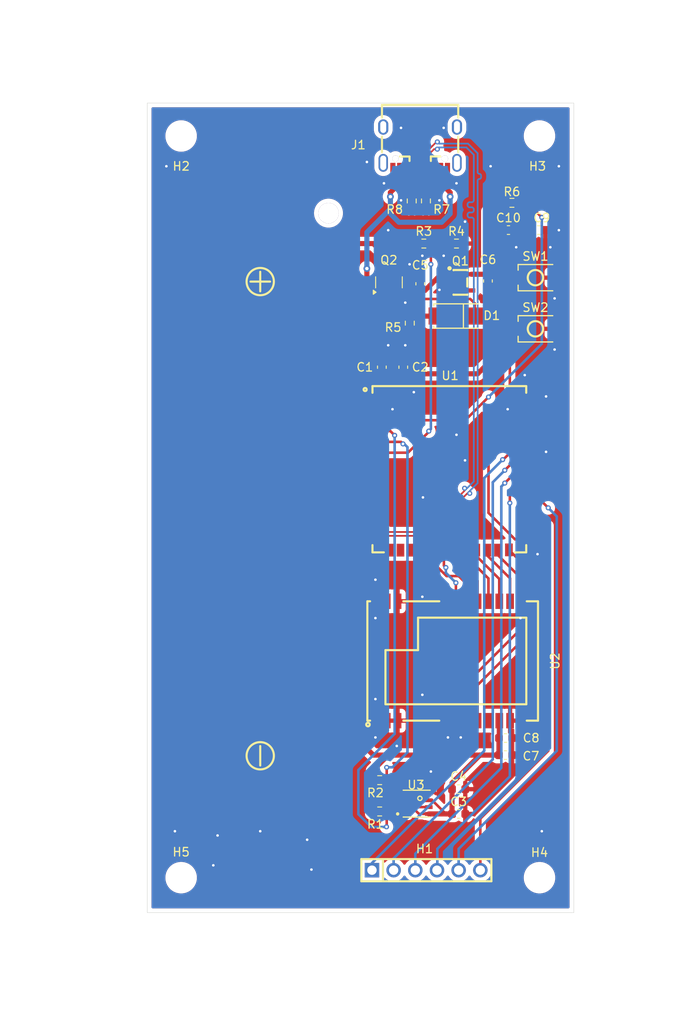
<source format=kicad_pcb>
(kicad_pcb (version 20241229) (generator "pcbnew") (generator_version "9.0")
  (layers (0 "F.Cu" signal) (2 "B.Cu" signal) (13 "F.Paste" user) (15 "B.Paste" user) (5 "F.SilkS" user "F.Silkscreen") (7 "B.SilkS" user "B.Silkscreen") (1 "F.Mask" user) (3 "B.Mask" user) (25 "Edge.Cuts" user))
  (net 0 "")
  (net 1 "GND")
  (net 2 "VBAT")
  (net 3 "+3V3")
  (net 4 "Net-(D1-K)")
  (net 5 "EN")
  (net 6 "VBUS")
  (net 8 "SDA")
  (net 9 "SCL")
  (net 10 "ADC_BAT")
  (net 11 "BOOT")
  (net 12 "NSS")
  (net 13 "D-")
  (net 14 "RXEN")
  (net 16 "D+")
  (net 19 "NRST")
  (net 20 "BUSY")
  (net 21 "DIO1")
  (net 23 "MOSI")
  (net 26 "MISO")
  (net 29 "TXEN")
  (net 31 "SCK")
  (net 40 "Net-(U1-IO38)")
  (net 41 "Net-(U1-IO40)")
  (net 42 "Net-(U1-IO39)")
  (net 43 "Net-(U1-IO37)")
  (net 44 "Net-(U1-IO41)")
  (net 45 "Net-(U1-IO42)")
  (net 46 "Net-(J1-CC2)")
  (net 47 "Net-(J1-CC1)")
  (footprint "Capacitor_SMD:C_0603_1608Metric" (layer "F.Cu") (at 150.255 123.07)
    (property "Reference" "C7")
    (property "Value" "22uF")
  )
  (footprint "Resistor_SMD:R_0603_1608Metric" (layer "F.Cu") (at 140.922502 58.07 -90)
    (property "Reference" "R7")
    (property "Value" "5.1k")
  )
  (footprint "Capacitor_SMD:C_0603_1608Metric" (layer "F.Cu") (at 150.59288 61.487586)
    (property "Reference" "C10")
    (property "Value" "100nF")
  )
  (footprint "Capacitor_SMD:C_0603_1608Metric" (layer "F.Cu") (at 144.755 127.07 180)
    (property "Reference" "C4")
    (property "Value" "100nF")
  )
  (footprint "Package_TO_SOT_SMD:SOT-23" (layer "F.Cu") (at 136.586902 67.61557 90)
    (property "Reference" "Q2")
    (property "Value" "AO3401A")
  )
  (footprint "Resistor_SMD:R_0603_1608Metric" (layer "F.Cu") (at 144.5 63.07)
    (property "Reference" "R4")
    (property "Value" "330k")
  )
  (footprint "Capacitor_SMD:C_0603_1608Metric" (layer "F.Cu") (at 148.186837 67.459636 90)
    (property "Reference" "C6")
    (property "Value" "4.7uF")
  )
  (footprint "Resistor_SMD:R_0603_1608Metric" (layer "F.Cu") (at 135.5 129.684029)
    (property "Reference" "R1")
    (property "Value" "10k")
  )
  (footprint "easyeda2kicad:SW-SMD_L3.9-W3.0-P4.45" (layer "F.Cu") (at 153.755 73.07)
    (property "Reference" "SW2")
    (property "Value" "TS-1088-AR02016")
  )
  (footprint "Resistor_SMD:R_0603_1608Metric" (layer "F.Cu") (at 135.5 126.009434)
    (property "Reference" "R2")
    (property "Value" "10k")
  )
  (footprint "MountingHole:MountingHole_3.2mm_M3" (layer "F.Cu") (at 154.23 137.45)
    (property "Reference" "H4")
    (property "Value" "MountingHole")
  )
  (footprint "Resistor_SMD:R_0603_1608Metric" (layer "F.Cu") (at 151 58.289782)
    (property "Reference" "R6")
    (property "Value" "10k")
  )
  (footprint "Capacitor_SMD:C_0603_1608Metric" (layer "F.Cu") (at 144.755 129.97)
    (property "Reference" "C3")
    (property "Value" "100nF")
  )
  (footprint "Capacitor_SMD:C_0603_1608Metric" (layer "F.Cu") (at 150.255 121.07)
    (property "Reference" "C8")
    (property "Value" "100nF")
  )
  (footprint "easyeda2kicad:WIRELM-SMD_E22-900M22S" (layer "F.Cu") (at 143.555 112.03 -90)
    (property "Reference" "U2")
    (property "Value" "E22-900M22S")
  )
  (footprint "Resistor_SMD:R_0603_1608Metric" (layer "F.Cu") (at 139.02912 72.405424 90)
    (property "Reference" "R5")
    (property "Value" "100k")
  )
  (footprint "MountingHole:MountingHole_3.2mm_M3" (layer "F.Cu") (at 154.23 50.45)
    (property "Reference" "H3")
    (property "Value" "MountingHole")
  )
  (footprint "easyeda2kicad:SW-SMD_L3.9-W3.0-P4.45" (layer "F.Cu") (at 153.755 67.07)
    (property "Reference" "SW1")
    (property "Value" "TS-1088-AR02016")
  )
  (footprint "easyeda2kicad:LGA-8_L3.0-W3.0-P0.80_BME688" (layer "F.Cu") (at 139.835 128.77 180)
    (property "Reference" "U3")
    (property "Value" "BME688_C3664478")
  )
  (footprint "easyeda2kicad:SOT-25_L3.0-W1.6-P0.95-LS2.8-TL" (layer "F.Cu") (at 144.955 67.62)
    (property "Reference" "Q1")
    (property "Value" "XC6220B331MR-G")
  )
  (footprint "MountingHole:MountingHole_3.2mm_M3" (layer "F.Cu") (at 112.23 137.45)
    (property "Reference" "H5")
    (property "Value" "MountingHole")
  )
  (footprint "Resistor_SMD:R_0603_1608Metric" (layer "F.Cu") (at 140.675 63.07)
    (property "Reference" "R3")
    (property "Value" "1M")
  )
  (footprint "easyeda2kicad:WIRELM-SMD_ESP32-S3-WROOM-1U" (layer "F.Cu") (at 143.655 90.14)
    (property "Reference" "U1")
    (property "Value" "ESP32-S3-WROOM-1U")
  )
  (footprint "Capacitor_SMD:C_0603_1608Metric" (layer "F.Cu") (at 154.133402 61.487586)
    (property "Reference" "C9")
    (property "Value" "1uF")
  )
  (footprint "easyeda2kicad:USB-C-SMD_TYPE-C-USB-17" (layer "F.Cu") (at 140.236614 51.830291 180)
    (property "Reference" "J1")
    (property "Value" "USB_C_Receptacle_USB2.0_16P")
  )
  (footprint "easyeda2kicad:HDR-TH_6P-P2.54-V-M" (layer "F.Cu") (at 140.945 136.57)
    (property "Reference" "H1")
    (property "Value" "PZ254V-11-06P")
  )
  (footprint "easyeda2kicad:BATTERY-SMD_18650-1S-L77.1-W20.7-1" (layer "F.Cu") (at 121.5 95.34)
    (property "Reference" "BT1" (hide yes))
    (property "Value" "BH-18650-B1BA002")
  )
  (footprint "Capacitor_SMD:C_0603_1608Metric" (layer "F.Cu") (at 140.255 67.787058 90)
    (property "Reference" "C5")
    (property "Value" "4.7uF")
  )
  (footprint "easyeda2kicad:SMA_L4.3-W2.6-LS5.2-RD" (layer "F.Cu") (at 144.433476 71.57 180)
    (property "Reference" "D1")
    (property "Value" "SS34_C8678")
  )
  (footprint "MountingHole:MountingHole_3.2mm_M3" (layer "F.Cu") (at 112.23 50.45)
    (property "Reference" "H2")
    (property "Value" "MountingHole")
  )
  (footprint "Capacitor_SMD:C_0603_1608Metric" (layer "F.Cu") (at 138.265 77.57 90)
    (property "Reference" "C2")
    (property "Value" "10uF")
  )
  (footprint "Capacitor_SMD:C_0603_1608Metric" (layer "F.Cu") (at 135.755 77.57 90)
    (property "Reference" "C1")
    (property "Value" "100nF")
  )
  (footprint "Resistor_SMD:R_0603_1608Metric" (layer "F.Cu") (at 139.255 58.07 -90)
    (property "Reference" "R8")
    (property "Value" "5.1k")
  )
  (gr_rect (start 108.26 46.59) (end 158.25 141.55) (stroke (width 0.05)) (fill no) (layer "Edge.Cuts"))
  (segment (start 143.446614 54.946614) (end 143.446614 54.250291) (width 0.3) (layer "F.Cu") (net 1))
  (segment (start 142.5 67.795654) (end 142.5 68.5) (width 0.3) (layer "F.Cu") (net 1))
  (segment (start 139.94052 127.57) (end 139.51052 128) (width 0.3) (layer "F.Cu") (net 1))
  (segment (start 139.51052 128) (end 139.51052 128.669) (width 0.3) (layer "F.Cu") (net 1))
  (segment (start 137.046614 54.953386) (end 136 56) (width 0.3) (layer "F.Cu") (net 1))
  (segment (start 142.675654 67.62) (end 142.5 67.795654) (width 0.3) (layer "F.Cu") (net 1))
  (segment (start 143.655 67.62) (end 142.675654 67.62) (width 0.3) (layer "F.Cu") (net 1))
  (segment (start 139.51052 128.669) (end 140.01152 129.17) (width 0.3) (layer "F.Cu") (net 1))
  (segment (start 144.5 56) (end 143.446614 54.946614) (width 0.3) (layer "F.Cu") (net 1))
  (segment (start 137.046614 54.250291) (end 137.046614 54.953386) (width 0.3) (layer "F.Cu") (net 1))
  (segment (start 140.01152 129.17) (end 141.255 129.17) (width 0.3) (layer "F.Cu") (net 1))
  (segment (start 141.255 127.57) (end 139.94052 127.57) (width 0.3) (layer "F.Cu") (net 1))
  (via (at 148.5 54) (size 0.6) (drill 0.3) (layers "F.Cu" "B.Cu") (net 1))
  (via (at 138.5 70) (size 0.6) (drill 0.3) (layers "F.Cu" "B.Cu") (net 1))
  (via (at 140.57048 92.844189) (size 0.6) (drill 0.3) (layers "F.Cu" "B.Cu") (net 1))
  (via (at 152 107) (size 0.6) (drill 0.3) (layers "F.Cu" "B.Cu") (net 1))
  (via (at 138 58) (size 0.6) (drill 0.3) (layers "F.Cu" "B.Cu") (net 1))
  (via (at 144.5 85.5) (size 0.6) (drill 0.3) (layers "F.Cu" "B.Cu") (net 1))
  (via (at 151.5 63.5) (size 0.6) (drill 0.3) (layers "F.Cu" "B.Cu") (net 1))
  (via (at 136 56) (size 0.6) (drill 0.3) (layers "F.Cu" "B.Cu") (net 1))
  (via (at 145 121) (size 0.6) (drill 0.3) (layers "F.Cu" "B.Cu") (net 1))
  (via (at 155 87.5) (size 0.6) (drill 0.3) (layers "F.Cu" "B.Cu") (net 1))
  (via (at 150.5 82.5) (size 0.6) (drill 0.3) (layers "F.Cu" "B.Cu") (net 1))
  (via (at 140.5 116) (size 0.6) (drill 0.3) (layers "F.Cu" "B.Cu") (net 1))
  (via (at 136.5 61.5) (size 0.6) (drill 0.3) (layers "F.Cu" "B.Cu") (net 1))
  (via (at 135 121) (size 0.6) (drill 0.3) (layers "F.Cu" "B.Cu") (net 1))
  (via (at 138.5 75) (size 0.6) (drill 0.3) (layers "F.Cu" "B.Cu") (net 1))
  (via (at 143.5 121) (size 0.6) (drill 0.3) (layers "F.Cu" "B.Cu") (net 1))
  (via (at 156.5 61.5) (size 0.6) (drill 0.3) (layers "F.Cu" "B.Cu") (net 1))
  (via (at 110.5 54) (size 0.6) (drill 0.3) (layers "F.Cu" "B.Cu") (net 1))
  (via (at 121.5 132) (size 0.6) (drill 0.3) (layers "F.Cu" "B.Cu") (net 1))
  (via (at 154.5 132) (size 0.6) (drill 0.3) (layers "F.Cu" "B.Cu") (net 1))
  (via (at 142.5 58) (size 0.6) (drill 0.3) (layers "F.Cu" "B.Cu") (net 1))
  (via (at 144.5 56) (size 0.6) (drill 0.3) (layers "F.Cu" "B.Cu") (net 1))
  (via (at 154 99.5) (size 0.6) (drill 0.3) (layers "F.Cu" "B.Cu") (net 1))
  (via (at 140.5 64.5) (size 0.6) (drill 0.3) (layers "F.Cu" "B.Cu") (net 1))
  (via (at 145.5 60.5) (size 0.6) (drill 0.3) (layers "F.Cu" "B.Cu") (net 1))
  (via (at 135 102.5) (size 0.6) (drill 0.3) (layers "F.Cu" "B.Cu") (net 1))
  (via (at 116 136) (size 0.6) (drill 0.3) (layers "F.Cu" "B.Cu") (net 1))
  (via (at 156 69.5) (size 0.6) (drill 0.3) (layers "F.Cu" "B.Cu") (net 1))
  (via (at 135 107) (size 0.6) (drill 0.3) (layers "F.Cu" "B.Cu") (net 1))
  (via (at 155.5 63.5) (size 0.6) (drill 0.3) (layers "F.Cu" "B.Cu") (net 1))
  (via (at 116.5 132.5) (size 0.6) (drill 0.3) (layers "F.Cu" "B.Cu") (net 1))
  (via (at 143 49.5) (size 0.6) (drill 0.3) (layers "F.Cu" "B.Cu") (net 1))
  (via (at 156 75.5) (size 0.6) (drill 0.3) (layers "F.Cu" "B.Cu") (net 1))
  (via (at 155 81) (size 0.6) (drill 0.3) (layers "F.Cu" "B.Cu") (net 1))
  (via (at 139 65.5) (size 0.6) (drill 0.3) (layers "F.Cu" "B.Cu") (net 1))
  (via (at 127.5 136.5) (size 0.6) (drill 0.3) (layers "F.Cu" "B.Cu") (net 1))
  (via (at 135 116.5) (size 0.6) (drill 0.3) (layers "F.Cu" "B.Cu") (net 1))
  (via (at 137.5 122) (size 0.6) (drill 0.3) (layers "F.Cu" "B.Cu") (net 1))
  (via (at 141.5 125) (size 0.6) (drill 0.3) (layers "F.Cu" "B.Cu") (net 1))
  (via (at 142.5 68.5) (size 0.6) (drill 0.3) (layers "F.Cu" "B.Cu") (net 1))
  (via (at 138 49.5) (size 0.6) (drill 0.3) (layers "F.Cu" "B.Cu") (net 1))
  (via (at 140.5 104.5) (size 0.6) (drill 0.3) (layers "F.Cu" "B.Cu") (net 1))
  (via (at 139.5 80.5) (size 0.6) (drill 0.3) (layers "F.Cu" "B.Cu") (net 1))
  (via (at 127 133) (size 0.6) (drill 0.3) (layers "F.Cu" "B.Cu") (net 1))
  (via (at 134 53.5) (size 0.6) (drill 0.3) (layers "F.Cu" "B.Cu") (net 1))
  (via (at 137 82.5) (size 0.6) (drill 0.3) (layers "F.Cu" "B.Cu") (net 1))
  (via (at 111.5 132) (size 0.6) (drill 0.3) (layers "F.Cu" "B.Cu") (net 1))
  (via (at 152.5 78.5) (size 0.6) (drill 0.3) (layers "F.Cu" "B.Cu") (net 1))
  (via (at 145.5 88.5) (size 0.6) (drill 0.3) (layers "F.Cu" "B.Cu") (net 1))
  (via (at 156.5 54) (size 0.6) (drill 0.3) (layers "F.Cu" "B.Cu") (net 1))
  (via (at 136.5 75) (size 0.6) (drill 0.3) (layers "F.Cu" "B.Cu") (net 1))
  (via (at 143 64.5) (size 0.6) (drill 0.3) (layers "F.Cu" "B.Cu") (net 1))
  (segment (start 121.5 61.315) (end 123.255 63.07) (width 0.6) (layer "F.Cu") (net 2))
  (segment (start 123.255 63.07) (end 134.755 63.07) (width 0.6) (layer "F.Cu") (net 2))
  (segment (start 134.755 63.07) (end 139.85 63.07) (width 0.6) (layer "F.Cu") (net 2))
  (segment (start 121.5 54.03) (end 121.5 61.315) (width 0.6) (layer "F.Cu") (net 2))
  (segment (start 134.755 63.07) (end 136.586902 64.901902) (width 0.6) (layer "F.Cu") (net 2))
  (segment (start 136.586902 64.901902) (end 136.586902 66.67807) (width 0.6) (layer "F.Cu") (net 2))
  (segment (start 137.255 123.07) (end 147.255 123.07) (width 0.6) (layer "F.Cu") (net 3))
  (segment (start 138.265 78.345) (end 135.755 78.345) (width 0.6) (layer "F.Cu") (net 3))
  (segment (start 148.186837 59.313163) (end 149.210218 58.289782) (width 0.6) (layer "F.Cu") (net 3))
  (segment (start 141.655 128.37) (end 141.255 128.37) (width 0.3) (layer "F.Cu") (net 3))
  (segment (start 132.755 81.72) (end 132.755 121.07) (width 0.6) (layer "F.Cu") (net 3))
  (segment (start 133.555 82.52) (end 134.905 82.52) (width 0.6) (layer "F.Cu") (net 3))
  (segment (start 149.210218 58.289782) (end 150.175 58.289782) (width 0.6) (layer "F.Cu") (net 3))
  (segment (start 143.98 126.345) (end 143.98 127.07) (width 0.6) (layer "F.Cu") (net 3))
  (segment (start 134.675 126.009434) (end 134.675 124.895) (width 0.6) (layer "F.Cu") (net 3))
  (segment (start 136.5 123.07) (end 137.255 123.07) (width 0.6) (layer "F.Cu") (net 3))
  (segment (start 143.98 129.97) (end 143.255 129.97) (width 0.6) (layer "F.Cu") (net 3))
  (segment (start 149.515 121.035) (end 149.48 121.07) (width 0.6) (layer "F.Cu") (net 3))
  (segment (start 140.103 129.97) (end 139.303 129.17) (width 0.3) (layer "F.Cu") (net 3))
  (segment (start 149.515 119.03) (end 149.515 121.035) (width 0.6) (layer "F.Cu") (net 3))
  (segment (start 132.755 121.07) (end 134.755 123.07) (width 0.6) (layer "F.Cu") (net 3))
  (segment (start 149.48 121.07) (end 149.48 123.07) (width 0.6) (layer "F.Cu") (net 3))
  (segment (start 149.755 67.57) (end 148.869636 66.684636) (width 0.6) (layer "F.Cu") (net 3))
  (segment (start 139.303 129.17) (end 138.415 129.17) (width 0.3) (layer "F.Cu") (net 3))
  (segment (start 149.755 75.57) (end 149.755 67.57) (width 0.6) (layer "F.Cu") (net 3))
  (segment (start 135.755 78.345) (end 133.98 78.345) (width 0.6) (layer "F.Cu") (net 3))
  (segment (start 142.755 129.97) (end 141.255 129.97) (width 0.6) (layer "F.Cu") (net 3))
  (segment (start 133.98 78.345) (end 132.755 79.57) (width 0.6) (layer "F.Cu") (net 3))
  (segment (start 148.869636 66.684636) (end 148.186837 66.684636) (width 0.6) (layer "F.Cu") (net 3))
  (segment (start 143.98 127.07) (end 143.98 129.97) (width 0.6) (layer "F.Cu") (net 3))
  (segment (start 141.255 129.97) (end 140.103 129.97) (width 0.3) (layer "F.Cu") (net 3))
  (segment (start 132.755 79.57) (end 132.755 81.72) (width 0.6) (layer "F.Cu") (net 3))
  (segment (start 148.172201 66.67) (end 148.186837 66.684636) (width 0.6) (layer "F.Cu") (net 3))
  (segment (start 148.186837 66.684636) (end 148.186837 59.313163) (width 0.6) (layer "F.Cu") (net 3))
  (segment (start 146.255 66.67) (end 148.172201 66.67) (width 0.6) (layer "F.Cu") (net 3))
  (segment (start 134.755 123.07) (end 136.5 123.07) (width 0.6) (layer "F.Cu") (net 3))
  (segment (start 143.255 129.97) (end 142.755 129.97) (width 0.6) (layer "F.Cu") (net 3))
  (segment (start 147.255 123.07) (end 149.48 123.07) (width 0.6) (layer "F.Cu") (net 3))
  (segment (start 146.98 78.345) (end 149.755 75.57) (width 0.6) (layer "F.Cu") (net 3))
  (segment (start 134.675 126.009434) (end 134.675 129.684029) (width 0.6) (layer "F.Cu") (net 3))
  (segment (start 134.675 124.895) (end 136.5 123.07) (width 0.6) (layer "F.Cu") (net 3))
  (segment (start 147.255 123.07) (end 143.98 126.345) (width 0.6) (layer "F.Cu") (net 3))
  (segment (start 138.265 78.345) (end 146.98 78.345) (width 0.6) (layer "F.Cu") (net 3))
  (segment (start 143.255 129.97) (end 141.655 128.37) (width 0.3) (layer "F.Cu") (net 3))
  (segment (start 132.755 81.72) (end 133.555 82.52) (width 0.6) (layer "F.Cu") (net 3))
  (segment (start 146.633476 71.57) (end 146.633476 70.081833) (width 0.3) (layer "F.Cu") (net 4))
  (segment (start 140.255 68.562058) (end 140.812942 68.562058) (width 0.6) (layer "F.Cu") (net 4))
  (segment (start 146.121643 69.57) (end 139.655 69.57) (width 0.3) (layer "F.Cu") (net 4))
  (segment (start 144.606 68.371) (end 144.407 68.57) (width 0.6) (layer "F.Cu") (net 4))
  (segment (start 139.655 69.55307) (end 138.655 68.55307) (width 0.3) (layer "F.Cu") (net 4))
  (segment (start 144.407 66.67) (end 144.606 66.869) (width 0.6) (layer "F.Cu") (net 4))
  (segment (start 144.606 66.869) (end 144.606 68.371) (width 0.6) (layer "F.Cu") (net 4))
  (segment (start 140.246012 68.55307) (end 140.255 68.562058) (width 0.6) (layer "F.Cu") (net 4))
  (segment (start 137.536902 68.55307) (end 138.655 68.55307) (width 0.6) (layer "F.Cu") (net 4))
  (segment (start 143.655 66.67) (end 144.407 66.67) (width 0.6) (layer "F.Cu") (net 4))
  (segment (start 144.407 68.57) (end 143.655 68.57) (width 0.6) (layer "F.Cu") (net 4))
  (segment (start 142.705 66.67) (end 143.655 66.67) (width 0.6) (layer "F.Cu") (net 4))
  (segment (start 139.655 69.57) (end 139.655 69.55307) (width 0.3) (layer "F.Cu") (net 4))
  (segment (start 146.633476 70.081833) (end 146.121643 69.57) (width 0.3) (layer "F.Cu") (net 4))
  (segment (start 140.812942 68.562058) (end 142.705 66.67) (width 0.6) (layer "F.Cu") (net 4))
  (segment (start 138.655 68.55307) (end 140.246012 68.55307) (width 0.6) (layer "F.Cu") (net 4))
  (segment (start 152.789782 58.289782) (end 151.825 58.289782) (width 0.3) (layer "F.Cu") (net 5))
  (segment (start 154.5 60) (end 153 58.5) (width 0.3) (layer "F.Cu") (net 5))
  (segment (start 153.358402 60.673402) (end 153.358402 59.5) (width 0.3) (layer "F.Cu") (net 5))
  (segment (start 153.358402 58.858402) (end 153 58.5) (width 0.3) (layer "F.Cu") (net 5))
  (segment (start 149.81788 60.50712) (end 150.255 60.07) (width 0.3) (layer "F.Cu") (net 5))
  (segment (start 152.788402 60.07) (end 153.358402 59.5) (width 0.3) (layer "F.Cu") (net 5))
  (segment (start 149.81788 61.487586) (end 149.81788 60.50712) (width 0.3) (layer "F.Cu") (net 5))
  (segment (start 145.535 83.79) (end 134.905 83.79) (width 0.3) (layer "F.Cu") (net 5))
  (segment (start 153.358402 59.5) (end 153.358402 58.858402) (width 0.3) (layer "F.Cu") (net 5))
  (segment (start 149.81788 61.487586) (end 149.81788 65.31288) (width 0.3) (layer "F.Cu") (net 5))
  (segment (start 153 58.5) (end 152.789782 58.289782) (width 0.3) (layer "F.Cu") (net 5))
  (segment (start 150.255 60.07) (end 152.788402 60.07) (width 0.3) (layer "F.Cu") (net 5))
  (segment (start 153.358402 60.673402) (end 153.358402 61.487586) (width 0.3) (layer "F.Cu") (net 5))
  (segment (start 153.43 61.415988) (end 153.358402 61.487586) (width 0.3) (layer "F.Cu") (net 5))
  (segment (start 148.255 81.07) (end 145.535 83.79) (width 0.3) (layer "F.Cu") (net 5))
  (segment (start 149.81788 65.31288) (end 151.575 67.07) (width 0.3) (layer "F.Cu") (net 5))
  (via (at 148.255 81.07) (size 0.6) (drill 0.3) (layers "F.Cu" "B.Cu") (net 5))
  (via (at 154.5 60) (size 0.6) (drill 0.3) (layers "F.Cu" "B.Cu") (net 5))
  (segment (start 154.5 60) (end 154.5 74.825) (width 0.3) (layer "B.Cu") (net 5))
  (segment (start 154.5 74.825) (end 148.255 81.07) (width 0.3) (layer "B.Cu") (net 5))
  (segment (start 139.02912 71.580424) (end 142.223052 71.580424) (width 0.6) (layer "F.Cu") (net 6))
  (segment (start 142.222265 71.581211) (end 142.233476 71.57) (width 0.6) (layer "F.Cu") (net 6))
  (segment (start 134 66) (end 134 68) (width 0.6) (layer "F.Cu") (net 6))
  (segment (start 136.755 57.57) (end 136.755 57.07) (width 0.6) (layer "F.Cu") (net 6))
  (segment (start 134 68) (end 134.55307 68.55307) (width 0.6) (layer "F.Cu") (net 6))
  (segment (start 135.636902 70.636902) (end 136.580424 71.580424) (width 0.6) (layer "F.Cu") (net 6))
  (segment (start 143.755 57.07) (end 143.755 57.57) (width 0.6) (layer "F.Cu") (net 6))
  (segment (start 136.580424 71.580424) (end 139.02912 71.580424) (width 0.6) (layer "F.Cu") (net 6))
  (segment (start 142.646614 54.250291) (end 142.646614 55.961614) (width 0.6) (layer "F.Cu") (net 6))
  (segment (start 134.55307 68.55307) (end 135.636902 68.55307) (width 0.6) (layer "F.Cu") (net 6))
  (segment (start 136.755 57.07) (end 137.855 55.97) (width 0.6) (layer "F.Cu") (net 6))
  (segment (start 142.223052 71.580424) (end 142.233476 71.57) (width 0.6) (layer "F.Cu") (net 6))
  (segment (start 142.646614 55.961614) (end 143.755 57.07) (width 0.6) (layer "F.Cu") (net 6))
  (segment (start 135.636902 68.55307) (end 135.636902 70.636902) (width 0.6) (layer "F.Cu") (net 6))
  (segment (start 137.846614 55.961614) (end 137.855 55.97) (width 0.6) (layer "F.Cu") (net 6))
  (segment (start 137.846614 54.250291) (end 137.846614 55.961614) (width 0.6) (layer "F.Cu") (net 6))
  (via (at 134 66) (size 0.8) (drill 0.4) (layers "F.Cu" "B.Cu") (net 6))
  (via (at 143.755 57.57) (size 0.8) (drill 0.4) (layers "F.Cu" "B.Cu") (net 6))
  (via (at 136.755 57.57) (size 0.8) (drill 0.4) (layers "F.Cu" "B.Cu") (net 6))
  (segment (start 134 66) (end 134 61.755) (width 0.6) (layer "B.Cu") (net 6))
  (segment (start 142.755 60.57) (end 137.755 60.57) (width 0.6) (layer "B.Cu") (net 6))
  (segment (start 134 61.755) (end 136.755 59) (width 0.6) (layer "B.Cu") (net 6))
  (segment (start 136.755 59.57) (end 136.755 59) (width 0.6) (layer "B.Cu") (net 6))
  (segment (start 137.755 60.57) (end 136.755 59.57) (width 0.6) (layer "B.Cu") (net 6))
  (segment (start 143.755 59.57) (end 142.755 60.57) (width 0.6) (layer "B.Cu") (net 6))
  (segment (start 136.755 59) (end 136.755 57.57) (width 0.6) (layer "B.Cu") (net 6))
  (segment (start 143.755 57.57) (end 143.755 59.57) (width 0.6) (layer "B.Cu") (net 6))
  (segment (start 136.325 129.175) (end 136.325 129.684029) (width 0.3) (layer "F.Cu") (net 8))
  (segment (start 136.325 131.456887) (end 136.298344 131.483543) (width 0.3) (layer "F.Cu") (net 8))
  (segment (start 136.745 85.06) (end 134.905 85.06) (width 0.3) (layer "F.Cu") (net 8))
  (segment (start 137.13 128.37) (end 136.325 129.175) (width 0.3) (layer "F.Cu") (net 8))
  (segment (start 138.415 128.37) (end 137.13 128.37) (width 0.3) (layer "F.Cu") (net 8))
  (segment (start 136.325 129.684029) (end 136.325 131.456887) (width 0.3) (layer "F.Cu") (net 8))
  (segment (start 137.255 85.57) (end 136.745 85.06) (width 0.3) (layer "F.Cu") (net 8))
  (via (at 136.298344 131.483543) (size 0.6) (drill 0.3) (layers "F.Cu" "B.Cu") (net 8))
  (via (at 137.255 85.57) (size 0.6) (drill 0.3) (layers "F.Cu" "B.Cu") (net 8))
  (segment (start 133 124.825) (end 137.255 120.57) (width 0.3) (layer "B.Cu") (net 8))
  (segment (start 134.5 131.5) (end 133 130) (width 0.3) (layer "B.Cu") (net 8))
  (segment (start 133 130) (end 133 124.825) (width 0.3) (layer "B.Cu") (net 8))
  (segment (start 136.281887 131.5) (end 134.5 131.5) (width 0.3) (layer "B.Cu") (net 8))
  (segment (start 137.255 120.57) (end 137.255 85.57) (width 0.3) (layer "B.Cu") (net 8))
  (segment (start 136.298344 131.483543) (end 136.281887 131.5) (width 0.3) (layer "B.Cu") (net 8))
  (segment (start 136.325 126.009434) (end 136.325 124.518379) (width 0.3) (layer "F.Cu") (net 9))
  (segment (start 138.232278 86.567277) (end 137.995 86.33) (width 0.3) (layer "F.Cu") (net 9))
  (segment (start 138.415 127.57) (end 137.07 127.57) (width 0.3) (layer "F.Cu") (net 9))
  (segment (start 137.07 127.57) (end 136.325 126.825) (width 0.3) (layer "F.Cu") (net 9))
  (segment (start 136.325 126.825) (end 136.325 126.009434) (width 0.3) (layer "F.Cu") (net 9))
  (segment (start 137.995 86.33) (end 134.905 86.33) (width 0.3) (layer "F.Cu") (net 9))
  (segment (start 136.325 124.518379) (end 136.321908 124.515287) (width 0.3) (layer "F.Cu") (net 9))
  (via (at 136.321908 124.515287) (size 0.6) (drill 0.3) (layers "F.Cu" "B.Cu") (net 9))
  (via (at 138.232278 86.567277) (size 0.6) (drill 0.3) (layers "F.Cu" "B.Cu") (net 9))
  (segment (start 138.755 122.745) (end 138.755 86.94835) (width 0.3) (layer "B.Cu") (net 9))
  (segment (start 136.337195 124.5) (end 137 124.5) (width 0.3) (layer "B.Cu") (net 9))
  (segment (start 138.755 86.94835) (end 138.373927 86.567277) (width 0.3) (layer "B.Cu") (net 9))
  (segment (start 138.373927 86.567277) (end 138.232278 86.567277) (width 0.3) (layer "B.Cu") (net 9))
  (segment (start 136.321908 124.515287) (end 136.337195 124.5) (width 0.3) (layer "B.Cu") (net 9))
  (segment (start 137 124.5) (end 138.755 122.745) (width 0.3) (layer "B.Cu") (net 9))
  (segment (start 141.255 85.1575) (end 138.8125 87.6) (width 0.3) (layer "F.Cu") (net 10))
  (segment (start 141.5 63.07) (end 141.5 65.5) (width 0.3) (layer "F.Cu") (net 10))
  (segment (start 138.8125 87.6) (end 134.905 87.6) (width 0.3) (layer "F.Cu") (net 10))
  (segment (start 141.5 63.07) (end 143.675 63.07) (width 0.6) (layer "F.Cu") (net 10))
  (segment (start 141.255 85.07) (end 141.255 85.1575) (width 0.3) (layer "F.Cu") (net 10))
  (via (at 141.255 85.07) (size 0.6) (drill 0.3) (layers "F.Cu" "B.Cu") (net 10))
  (via (at 141.5 65.5) (size 0.6) (drill 0.3) (layers "F.Cu" "B.Cu") (net 10))
  (segment (start 141.5 65.5) (end 141.5 84.825) (width 0.3) (layer "B.Cu") (net 10))
  (segment (start 141.5 84.825) (end 141.255 85.07) (width 0.3) (layer "B.Cu") (net 10))
  (segment (start 148.255 94.66) (end 151.355 97.76) (width 0.3) (layer "F.Cu") (net 11))
  (segment (start 148.255 83.128664) (end 148.255 94.66) (width 0.3) (layer "F.Cu") (net 11))
  (segment (start 151.355 97.76) (end 152.405 97.76) (width 0.3) (layer "F.Cu") (net 11))
  (segment (start 150.755 73.89) (end 150.755 80.628664) (width 0.3) (layer "F.Cu") (net 11))
  (segment (start 151.575 73.07) (end 150.755 73.89) (width 0.3) (layer "F.Cu") (net 11))
  (segment (start 150.755 80.628664) (end 148.255 83.128664) (width 0.3) (layer "F.Cu") (net 11))
  (segment (start 140.475 100.79) (end 143.165 103.48) (width 0.3) (layer "F.Cu") (net 12))
  (segment (start 140.475 99.03) (end 140.475 100.79) (width 0.3) (layer "F.Cu") (net 12))
  (segment (start 143.165 103.48) (end 143.165 105.03) (width 0.3) (layer "F.Cu") (net 12))
  (segment (start 139.996614 54.250291) (end 139.996614 55.152291) (width 0.2) (layer "F.Cu") (net 13))
  (segment (start 136.030001 96.49) (end 136.440001 96.9) (width 0.2) (layer "F.Cu") (net 13))
  (segment (start 140.996614 54.250291) (end 140.996614 52.869777) (width 0.2) (layer "F.Cu") (net 13))
  (segment (start 139.996614 55.152291) (end 140.045614 55.201291) (width 0.2) (layer "F.Cu") (net 13))
  (segment (start 140.996614 52.869777) (end 141.871391 51.995) (width 0.2) (layer "F.Cu") (net 13))
  (segment (start 140.996614 55.152291) (end 140.996614 54.250291) (width 0.2) (layer "F.Cu") (net 13))
  (segment (start 134.905 96.49) (end 136.030001 96.49) (width 0.2) (layer "F.Cu") (net 13))
  (segment (start 140.947614 55.201291) (end 140.996614 55.152291) (width 0.2) (layer "F.Cu") (net 13))
  (segment (start 136.440001 96.9) (end 140.606801 96.9) (width 0.2) (layer "F.Cu") (net 13))
  (segment (start 140.045614 55.201291) (end 140.947614 55.201291) (width 0.2) (layer "F.Cu") (net 13))
  (segment (start 141.871391 51.995) (end 142.255 51.995) (width 0.2) (layer "F.Cu") (net 13))
  (segment (start 145.454479 92.052322) (end 145.454479 91.769479) (width 0.2) (layer "F.Cu") (net 13))
  (segment (start 140.606801 96.9) (end 145.454479 92.052322) (width 0.2) (layer "F.Cu") (net 13))
  (via (at 145.454479 91.769479) (size 0.6) (drill 0.3) (layers "F.Cu" "B.Cu") (net 13))
  (via (at 142.255 51.995) (size 0.6) (drill 0.3) (layers "F.Cu" "B.Cu") (net 13))
  (segment (start 146.29 59.419493) (end 146.039826 59.419493) (width 0.2) (layer "B.Cu") (net 13))
  (segment (start 145.799826 58.459493) (end 145.799826 58.579493) (width 0.2) (layer "B.Cu") (net 13))
  (segment (start 146.53 60.259493) (end 146.53 60.379493) (width 0.2) (layer "B.Cu") (net 13))
  (segment (start 145.737322 91.769479) (end 145.454479 91.769479) (width 0.2) (layer "B.Cu") (net 13))
  (segment (start 145.661803 51.795001) (end 146.53 52.663198) (width 0.2) (layer "B.Cu") (net 13))
  (segment (start 142.255 51.995) (end 142.454999 51.795001) (width 0.2) (layer "B.Cu") (net 13))
  (segment (start 146.53 62.189849) (end 146.53 90.976801) (width 0.2) (layer "B.Cu") (net 13))
  (segment (start 146.53 90.976801) (end 145.737322 91.769479) (width 0.2) (layer "B.Cu") (net 13))
  (segment (start 145.799826 59.659493) (end 145.799826 59.779493) (width 0.2) (layer "B.Cu") (net 13))
  (segment (start 146.039826 58.819493) (end 146.29 58.819493) (width 0.2) (layer "B.Cu") (net 13))
  (segment (start 142.454999 51.795001) (end 145.661803 51.795001) (width 0.2) (layer "B.Cu") (net 13))
  (segment (start 146.53 52.663198) (end 146.53 57.979493) (width 0.2) (layer "B.Cu") (net 13))
  (segment (start 146.29 58.219493) (end 146.039826 58.219493) (width 0.2) (layer "B.Cu") (net 13))
  (segment (start 146.039826 60.019493) (end 146.29 60.019493) (width 0.2) (layer "B.Cu") (net 13))
  (segment (start 146.53 59.059493) (end 146.53 59.179493) (width 0.2) (layer "B.Cu") (net 13))
  (segment (start 146.53 60.379493) (end 146.53 62.189849) (width 0.2) (layer "B.Cu") (net 13))
  (arc (start 145.799826 58.579493) (mid 145.87012 58.749199) (end 146.039826 58.819493) (width 0.2) (layer "B.Cu") (net 13))
  (arc (start 146.039826 58.219493) (mid 145.87012 58.289787) (end 145.799826 58.459493) (width 0.2) (layer "B.Cu") (net 13))
  (arc (start 146.039826 59.419493) (mid 145.87012 59.489787) (end 145.799826 59.659493) (width 0.2) (layer "B.Cu") (net 13))
  (arc (start 146.29 60.019493) (mid 146.459706 60.089787) (end 146.53 60.259493) (width 0.2) (layer "B.Cu") (net 13))
  (arc (start 146.53 59.179493) (mid 146.459706 59.349199) (end 146.29 59.419493) (width 0.2) (layer "B.Cu") (net 13))
  (arc (start 146.29 58.819493) (mid 146.459706 58.889787) (end 146.53 59.059493) (width 0.2) (layer "B.Cu") (net 13))
  (arc (start 146.53 57.979493) (mid 146.459706 58.149199) (end 146.29 58.219493) (width 0.2) (layer "B.Cu") (net 13))
  (arc (start 145.799826 59.779493) (mid 145.87012 59.949199) (end 146.039826 60.019493) (width 0.2) (layer "B.Cu") (net 13))
  (segment (start 145.705 114.62) (end 145.705 119.03) (width 0.3) (layer "F.Cu") (net 14))
  (segment (start 153.323966 103.580966) (end 153.323966 107.001034) (width 0.3) (layer "F.Cu") (net 14))
  (segment (start 153.323966 107.001034) (end 145.705 114.62) (width 0.3) (layer "F.Cu") (net 14))
  (segment (start 149.375 99.03) (end 149.375 99.632) (width 0.3) (layer "F.Cu") (net 14))
  (segment (start 149.375 99.632) (end 153.323966 103.580966) (width 0.3) (layer "F.Cu") (net 14))
  (segment (start 140 53.299291) (end 140.447614 53.299291) (width 0.2) (layer "F.Cu") (net 16))
  (segment (start 142.255 51.145) (end 142.154291 51.145) (width 0.2) (layer "F.Cu") (net 16))
  (segment (start 139.496614 53.348291) (end 139.545614 53.299291) (width 0.2) (layer "F.Cu") (net 16))
  (segment (start 136.440001 97.35) (end 140.793199 97.35) (width 0.2) (layer "F.Cu") (net 16))
  (segment (start 139.496614 54.250291) (end 139.496614 53.348291) (width 0.2) (layer "F.Cu") (net 16))
  (segment (start 139.545614 53.299291) (end 140 53.299291) (width 0.2) (layer "F.Cu") (net 16))
  (segment (start 134.905 97.76) (end 136.030001 97.76) (width 0.2) (layer "F.Cu") (net 16))
  (segment (start 136.030001 97.76) (end 136.440001 97.35) (width 0.2) (layer "F.Cu") (net 16))
  (segment (start 140.496614 53.348291) (end 140.496614 54.250291) (width 0.2) (layer "F.Cu") (net 16))
  (segment (start 142.154291 51.145) (end 140 53.299291) (width 0.2) (layer "F.Cu") (net 16))
  (segment (start 145.772678 92.370521) (end 146.055521 92.370521) (width 0.2) (layer "F.Cu") (net 16))
  (segment (start 140.447614 53.299291) (end 140.496614 53.348291) (width 0.2) (layer "F.Cu") (net 16))
  (segment (start 140.793199 97.35) (end 145.772678 92.370521) (width 0.2) (layer "F.Cu") (net 16))
  (via (at 142.255 51.145) (size 0.6) (drill 0.3) (layers "F.Cu" "B.Cu") (net 16))
  (via (at 146.055521 92.370521) (size 0.6) (drill 0.3) (layers "F.Cu" "B.Cu") (net 16))
  (segment (start 146.98 55.694018) (end 146.98 55.891578) (width 0.2) (layer "B.Cu") (net 16))
  (segment (start 146.055521 92.087678) (end 146.055521 92.370521) (width 0.2) (layer "B.Cu") (net 16))
  (segment (start 146.98 55.891578) (end 146.98 57.270642) (width 0.2) (layer "B.Cu") (net 16))
  (segment (start 147.38244 55.094018) (end 147.38244 55.291578) (width 0.2) (layer "B.Cu") (net 16))
  (segment (start 146.98 91.163199) (end 146.055521 92.087678) (width 0.2) (layer "B.Cu") (net 16))
  (segment (start 142.454999 51.344999) (end 145.848197 51.344999) (width 0.2) (layer "B.Cu") (net 16))
  (segment (start 145.848197 51.344999) (end 146.98 52.476802) (width 0.2) (layer "B.Cu") (net 16))
  (segment (start 142.255 51.145) (end 142.454999 51.344999) (width 0.2) (layer "B.Cu") (net 16))
  (segment (start 146.98 52.476802) (end 146.98 54.691578) (width 0.2) (layer "B.Cu") (net 16))
  (segment (start 146.98 57.270642) (end 146.98 91.163199) (width 0.2) (layer "B.Cu") (net 16))
  (arc (start 147.18122 55.492798) (mid 147.038936 55.551734) (end 146.98 55.694018) (width 0.2) (layer "B.Cu") (net 16))
  (arc (start 147.18122 54.892798) (mid 147.323504 54.951734) (end 147.38244 55.094018) (width 0.2) (layer "B.Cu") (net 16))
  (arc (start 147.38244 55.291578) (mid 147.323504 55.433862) (end 147.18122 55.492798) (width 0.2) (layer "B.Cu") (net 16))
  (arc (start 146.98 54.691578) (mid 147.038936 54.833862) (end 147.18122 54.892798) (width 0.2) (layer "B.Cu") (net 16))
  (segment (start 148.245 102.352) (end 148.245 105.03) (width 0.3) (layer "F.Cu") (net 19))
  (segment (start 145.555 99.662) (end 148.245 102.352) (width 0.3) (layer "F.Cu") (net 19))
  (segment (start 145.555 99.03) (end 145.555 99.662) (width 0.3) (layer "F.Cu") (net 19))
  (segment (start 146.825 99.714128) (end 149.515 102.404128) (width 0.3) (layer "F.Cu") (net 20))
  (segment (start 146.825 99.03) (end 146.825 99.714128) (width 0.3) (layer "F.Cu") (net 20))
  (segment (start 149.515 102.404128) (end 149.515 105.03) (width 0.3) (layer "F.Cu") (net 20))
  (segment (start 148.105 99.662) (end 150.785 102.342) (width 0.3) (layer "F.Cu") (net 21))
  (segment (start 148.105 99.03) (end 148.105 99.662) (width 0.3) (layer "F.Cu") (net 21))
  (segment (start 150.785 102.342) (end 150.785 105.03) (width 0.3) (layer "F.Cu") (net 21))
  (segment (start 143.334346 102.07) (end 144.755 102.07) (width 0.3) (layer "F.Cu") (net 23))
  (segment (start 141.745 100.480654) (end 143.334346 102.07) (width 0.3) (layer "F.Cu") (net 23))
  (segment (start 144.755 102.07) (end 145.705 103.02) (width 0.3) (layer "F.Cu") (net 23))
  (segment (start 141.745 99.03) (end 141.745 100.480654) (width 0.3) (layer "F.Cu") (net 23))
  (segment (start 145.705 103.02) (end 145.705 105.03) (width 0.3) (layer "F.Cu") (net 23))
  (segment (start 144.285 99.943101) (end 146.975 102.633101) (width 0.3) (layer "F.Cu") (net 26))
  (segment (start 144.285 99.03) (end 144.285 99.943101) (width 0.3) (layer "F.Cu") (net 26))
  (segment (start 146.975 102.633101) (end 146.975 105.03) (width 0.3) (layer "F.Cu") (net 26))
  (segment (start 150.645 99) (end 154.095233 102.450233) (width 0.3) (layer "F.Cu") (net 29))
  (segment (start 154.095233 102.450233) (end 154.095233 107.729767) (width 0.3) (layer "F.Cu") (net 29))
  (segment (start 154.095233 107.729767) (end 146.975 114.85) (width 0.3) (layer "F.Cu") (net 29))
  (segment (start 146.975 114.85) (end 146.975 119.03) (width 0.3) (layer "F.Cu") (net 29))
  (segment (start 144.432585 102.859658) (end 144.432585 105.027585) (width 0.3) (layer "F.Cu") (net 31))
  (segment (start 143.025 100.84) (end 143.255 101.07) (width 0.3) (layer "F.Cu") (net 31))
  (segment (start 143.025 99.03) (end 143.025 100.84) (width 0.3) (layer "F.Cu") (net 31))
  (segment (start 144.432585 105.027585) (end 144.435 105.03) (width 0.3) (layer "F.Cu") (net 31))
  (via (at 143.255 101.07) (size 0.6) (drill 0.3) (layers "F.Cu" "B.Cu") (net 31))
  (via (at 144.432585 102.859658) (size 0.6) (drill 0.3) (layers "F.Cu" "B.Cu") (net 31))
  (segment (start 143.255 101.682073) (end 144.432585 102.859658) (width 0.3) (layer "B.Cu") (net 31))
  (segment (start 143.255 101.07) (end 143.255 101.682073) (width 0.3) (layer "B.Cu") (net 31))
  (segment (start 152.405 92.68) (end 153.865 92.68) (width 0.3) (layer "F.Cu") (net 40))
  (segment (start 153.865 92.68) (end 155.255 94.07) (width 0.3) (layer "F.Cu") (net 40))
  (via (at 155.255 94.07) (size 0.6) (drill 0.3) (layers "F.Cu" "B.Cu") (net 40))
  (segment (start 156.255 95.07) (end 156.255 122.57) (width 0.3) (layer "B.Cu") (net 40))
  (segment (start 155.255 94.07) (end 156.255 95.07) (width 0.3) (layer "B.Cu") (net 40))
  (segment (start 144.755 134.07) (end 144.755 136.57) (width 0.3) (layer "B.Cu") (net 40))
  (segment (start 156.255 122.57) (end 144.755 134.07) (width 0.3) (layer "B.Cu") (net 40))
  (segment (start 151.185 90.14) (end 152.405 90.14) (width 0.3) (layer "F.Cu") (net 41))
  (segment (start 150.1625 91.1625) (end 151.185 90.14) (width 0.3) (layer "F.Cu") (net 41))
  (via (at 150.1625 91.1625) (size 0.6) (drill 0.3) (layers "F.Cu" "B.Cu") (net 41))
  (segment (start 150.1625 91.1625) (end 149.755 91.57) (width 0.3) (layer "B.Cu") (net 41))
  (segment (start 149.755 124.57) (end 139.675 134.65) (width 0.3) (layer "B.Cu") (net 41))
  (segment (start 139.675 134.65) (end 139.675 136.57) (width 0.3) (layer "B.Cu") (net 41))
  (segment (start 149.755 91.57) (end 149.755 124.57) (width 0.3) (layer "B.Cu") (net 41))
  (segment (start 150.755 92.57) (end 151.915 91.41) (width 0.3) (layer "F.Cu") (net 42))
  (segment (start 151.915 91.41) (end 152.405 91.41) (width 0.3) (layer "F.Cu") (net 42))
  (segment (start 150.755 93.5) (end 150.755 92.57) (width 0.3) (layer "F.Cu") (net 42))
  (via (at 150.755 93.5) (size 0.6) (drill 0.3) (layers "F.Cu" "B.Cu") (net 42))
  (segment (start 150.755 125.57) (end 142.255 134.07) (width 0.3) (layer "B.Cu") (net 42))
  (segment (start 142.255 136.53) (end 142.215 136.57) (width 0.3) (layer "B.Cu") (net 42))
  (segment (start 142.255 134.07) (end 142.255 136.53) (width 0.3) (layer "B.Cu") (net 42))
  (segment (start 150.755 93.5) (end 150.755 125.57) (width 0.3) (layer "B.Cu") (net 42))
  (segment (start 152.405 93.95) (end 153.037 93.95) (width 0.3) (layer "F.Cu") (net 43))
  (segment (start 155.255 122.57) (end 147.295 130.53) (width 0.3) (layer "F.Cu") (net 43))
  (segment (start 153.037 93.95) (end 155.255 96.168) (width 0.3) (layer "F.Cu") (net 43))
  (segment (start 147.295 130.53) (end 147.295 136.57) (width 0.3) (layer "F.Cu") (net 43))
  (segment (start 155.255 96.168) (end 155.255 122.57) (width 0.3) (layer "F.Cu") (net 43))
  (segment (start 150.955 88.87) (end 152.405 88.87) (width 0.3) (layer "F.Cu") (net 44))
  (segment (start 150.1625 89.6625) (end 150.955 88.87) (width 0.3) (layer "F.Cu") (net 44))
  (via (at 150.1625 89.6625) (size 0.6) (drill 0.3) (layers "F.Cu" "B.Cu") (net 44))
  (segment (start 148.755 91.07) (end 148.755 123.57) (width 0.3) (layer "B.Cu") (net 44))
  (segment (start 148.755 123.57) (end 137.135 135.19) (width 0.3) (layer "B.Cu") (net 44))
  (segment (start 137.135 135.19) (end 137.135 136.57) (width 0.3) (layer "B.Cu") (net 44))
  (segment (start 150.1625 89.6625) (end 148.755 91.07) (width 0.3) (layer "B.Cu") (net 44))
  (segment (start 149.9725 88.4125) (end 150.785 87.6) (width 0.3) (layer "F.Cu") (net 45))
  (segment (start 150.785 87.6) (end 152.405 87.6) (width 0.3) (layer "F.Cu") (net 45))
  (segment (start 149.9125 88.4125) (end 149.9725 88.4125) (width 0.3) (layer "F.Cu") (net 45))
  (via (at 149.9125 88.4125) (size 0.6) (drill 0.3) (layers "F.Cu" "B.Cu") (net 45))
  (segment (start 147.755 90.57) (end 147.755 122.57) (width 0.3) (layer "B.Cu") (net 45))
  (segment (start 147.755 122.57) (end 134.595 135.73) (width 0.3) (layer "B.Cu") (net 45))
  (segment (start 149.9125 88.4125) (end 147.755 90.57) (width 0.3) (layer "B.Cu") (net 45))
  (segment (start 134.595 135.73) (end 134.595 136.57) (width 0.3) (layer "B.Cu") (net 45))
  (segment (start 138.496614 54.250291) (end 138.496614 55.311614) (width 0.3) (layer "F.Cu") (net 46))
  (segment (start 138.496614 55.311614) (end 139.255 56.07) (width 0.3) (layer "F.Cu") (net 46))
  (segment (start 139.255 56.07) (end 139.255 57.245) (width 0.3) (layer "F.Cu") (net 46))
  (segment (start 141.505 55.32) (end 140.922502 55.902498) (width 0.3) (layer "F.Cu") (net 47))
  (segment (start 140.922502 55.902498) (end 140.922502 57.245) (width 0.3) (layer "F.Cu") (net 47))
  (segment (start 141.496614 55.311614) (end 141.505 55.32) (width 0.3) (layer "F.Cu") (net 47))
  (segment (start 141.496614 54.250291) (end 141.496614 55.311614) (width 0.3) (layer "F.Cu") (net 47))
  (zone (net 1) (net_name "GND") (layers "F.Cu" "B.Cu") (connect_pads (clearance 0.5)) (min_thickness 0.25) (fill yes (thermal_gap 0.5) (thermal_bridge_width 0.5))
    (polygon (pts (xy 91 34.5) (xy 164.5 35.5) (xy 170 148.5) (xy 100 154.5) (xy 91.5 34.5)))
  )
)
</source>
